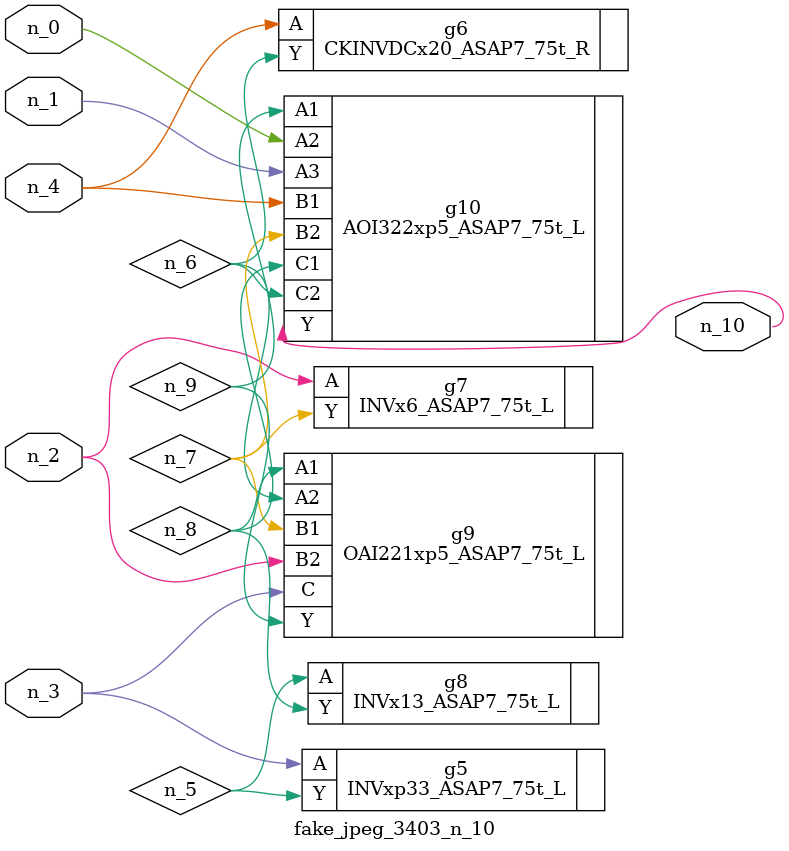
<source format=v>
module fake_jpeg_3403_n_10 (n_3, n_2, n_1, n_0, n_4, n_10);

input n_3;
input n_2;
input n_1;
input n_0;
input n_4;

output n_10;

wire n_8;
wire n_9;
wire n_6;
wire n_5;
wire n_7;

INVxp33_ASAP7_75t_L g5 ( 
.A(n_3),
.Y(n_5)
);

CKINVDCx20_ASAP7_75t_R g6 ( 
.A(n_4),
.Y(n_6)
);

INVx6_ASAP7_75t_L g7 ( 
.A(n_2),
.Y(n_7)
);

INVx13_ASAP7_75t_L g8 ( 
.A(n_5),
.Y(n_8)
);

OAI221xp5_ASAP7_75t_L g9 ( 
.A1(n_8),
.A2(n_6),
.B1(n_7),
.B2(n_2),
.C(n_3),
.Y(n_9)
);

AOI322xp5_ASAP7_75t_L g10 ( 
.A1(n_9),
.A2(n_0),
.A3(n_1),
.B1(n_4),
.B2(n_7),
.C1(n_8),
.C2(n_6),
.Y(n_10)
);


endmodule
</source>
